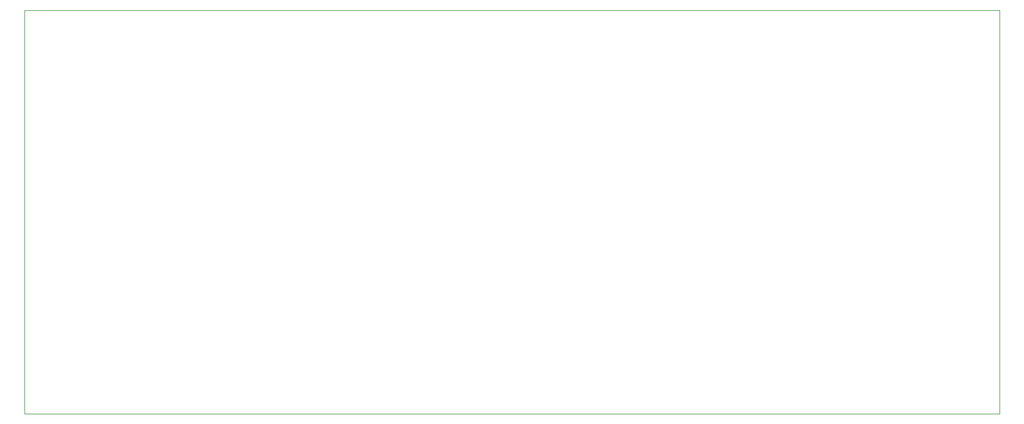
<source format=gm1>
G04 #@! TF.GenerationSoftware,KiCad,Pcbnew,(6.0.5)*
G04 #@! TF.CreationDate,2022-05-30T11:18:51+02:00*
G04 #@! TF.ProjectId,Wzmacniacz_s_uchawkowy_AVT2850,577a6d61-636e-4696-9163-7a5f73427563,rev?*
G04 #@! TF.SameCoordinates,Original*
G04 #@! TF.FileFunction,Profile,NP*
%FSLAX46Y46*%
G04 Gerber Fmt 4.6, Leading zero omitted, Abs format (unit mm)*
G04 Created by KiCad (PCBNEW (6.0.5)) date 2022-05-30 11:18:51*
%MOMM*%
%LPD*%
G01*
G04 APERTURE LIST*
G04 #@! TA.AperFunction,Profile*
%ADD10C,0.100000*%
G04 #@! TD*
G04 APERTURE END LIST*
D10*
X48900000Y-58580000D02*
X193900000Y-58580000D01*
X193900000Y-58580000D02*
X193900000Y-118580000D01*
X193900000Y-118580000D02*
X48900000Y-118580000D01*
X48900000Y-118580000D02*
X48900000Y-58580000D01*
M02*

</source>
